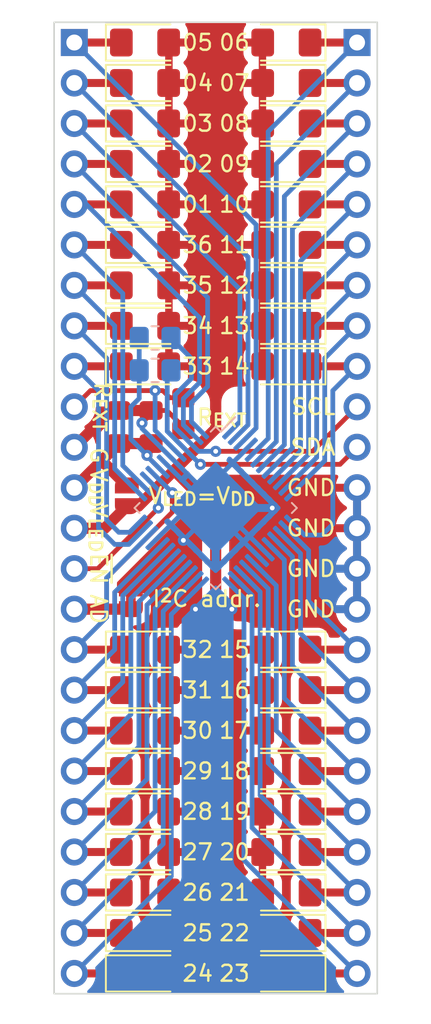
<source format=kicad_pcb>
(kicad_pcb (version 20221018) (generator pcbnew)
  (layers (0 "F.Cu" signal) (31 "B.Cu" signal) (34 "B.Paste" user) (35 "F.Paste" user) (36 "B.SilkS" user "B.Silkscreen") (37 "F.SilkS" user "F.Silkscreen") (38 "B.Mask" user) (39 "F.Mask" user) (44 "Edge.Cuts" user))
  (net 0 "")
  (net 1 "VDD")
  (net 2 "/SDA")
  (net 3 "/SCL")
  (net 4 "/R_EXT")
  (net 5 "GND")
  (net 6 "/OUT3")
  (net 7 "/OUT4")
  (net 8 "/OUT5")
  (net 9 "/OUT6")
  (net 10 "/OUT7")
  (net 11 "/OUT8")
  (net 12 "/OUT9")
  (net 13 "/OUT10")
  (net 14 "/OUT11")
  (net 15 "/OUT12")
  (net 16 "/OUT13")
  (net 17 "/OUT14")
  (net 18 "/OUT15")
  (net 19 "/OUT16")
  (net 20 "/OUT17")
  (net 21 "/OUT18")
  (net 22 "/OUT19")
  (net 23 "/OUT20")
  (net 24 "/OUT21")
  (net 25 "/OUT22")
  (net 26 "/OUT23")
  (net 27 "/OUT24")
  (net 28 "/OUT25")
  (net 29 "/OUT26")
  (net 30 "/OUT27")
  (net 31 "/OUT28")
  (net 32 "/OUT29")
  (net 33 "/OUT30")
  (net 34 "/OUT31")
  (net 35 "/OUT32")
  (net 36 "/OUT33")
  (net 37 "/OUT34")
  (net 38 "/OUT35")
  (net 39 "/OUT36")
  (net 40 "/~{EN}")
  (net 41 "/AD")
  (net 42 "/OUT1")
  (net 43 "/OUT2")
  (net 44 "VLED")
  (footprint "Diode_SMD:D_1206_3216Metric_Pad1.42x1.75mm_HandSolder" (layer "F.Cu") (at 180.975 121.92 180)
    (fp_text reference "D15" hide)
    (fp_text value "LED")
  )
  (footprint "Diode_SMD:D_1206_3216Metric_Pad1.42x1.75mm_HandSolder" (layer "F.Cu") (at 180.975 88.9 180)
    (fp_text reference "D8" hide)
    (fp_text value "LED")
  )
  (footprint "Diode_SMD:D_1206_3216Metric_Pad1.42x1.75mm_HandSolder" (layer "F.Cu") (at 180.975 104.14 180)
    (fp_text reference "D14" hide)
    (fp_text value "LED")
  )
  (footprint "Diode_SMD:D_1206_3216Metric_Pad1.42x1.75mm_HandSolder" (layer "F.Cu") (at 180.975 142.24 180)
    (fp_text reference "D23" hide)
    (fp_text value "LED")
  )
  (footprint "Diode_SMD:D_1206_3216Metric_Pad1.42x1.75mm_HandSolder" (layer "F.Cu") (at 180.975 127 180)
    (fp_text reference "D17" hide)
    (fp_text value "LED")
  )
  (footprint "Diode_SMD:D_1206_3216Metric_Pad1.42x1.75mm_HandSolder" (layer "F.Cu") (at 172.085 139.7)
    (fp_text reference "D25" hide)
    (fp_text value "LED")
  )
  (footprint "Diode_SMD:D_1206_3216Metric_Pad1.42x1.75mm_HandSolder" (layer "F.Cu") (at 180.975 137.16 180)
    (fp_text reference "D21" hide)
    (fp_text value "LED")
  )
  (footprint "Diode_SMD:D_1206_3216Metric_Pad1.42x1.75mm_HandSolder" (layer "F.Cu") (at 172.085 91.44)
    (fp_text reference "D2" hide)
    (fp_text value "LED")
  )
  (footprint "Diode_SMD:D_1206_3216Metric_Pad1.42x1.75mm_HandSolder" (layer "F.Cu") (at 172.085 134.62)
    (fp_text reference "D27" hide)
    (fp_text value "LED")
  )
  (footprint "Diode_SMD:D_1206_3216Metric_Pad1.42x1.75mm_HandSolder" (layer "F.Cu") (at 172.085 124.46)
    (fp_text reference "D31" hide)
    (fp_text value "LED")
  )
  (footprint "Jumper:SolderJumper-2_P1.3mm_Bridged_RoundedPad1.0x1.5mm" (layer "F.Cu") (at 171.196 118.73 90)
    (fp_text reference "JP1" hide)
    (fp_text value "Adress")
  )
  (footprint "Connector_PinHeader_2.54mm:PinHeader_1x24_P2.54mm_Vertical" (layer "F.Cu") (at 167.64 83.82)
    (fp_text reference "J2" hide)
    (fp_text value "Conn_01x24")
  )
  (footprint "Diode_SMD:D_1206_3216Metric_Pad1.42x1.75mm_HandSolder" (layer "F.Cu") (at 172.085 101.6)
    (fp_text reference "D34" hide)
    (fp_text value "LED")
  )
  (footprint "Diode_SMD:D_1206_3216Metric_Pad1.42x1.75mm_HandSolder" (layer "F.Cu") (at 172.085 137.16)
    (fp_text reference "D26" hide)
    (fp_text value "LED")
  )
  (footprint "Jumper:SolderJumper-2_P1.3mm_Open_RoundedPad1.0x1.5mm" (layer "F.Cu") (at 170.942 112.268 -90)
    (fp_text reference "JP2" hide)
    (fp_text value "VDD = VLED")
  )
  (footprint "Diode_SMD:D_1206_3216Metric_Pad1.42x1.75mm_HandSolder" (layer "F.Cu") (at 180.975 132.08 180)
    (fp_text reference "D19" hide)
    (fp_text value "LED")
  )
  (footprint "Diode_SMD:D_1206_3216Metric_Pad1.42x1.75mm_HandSolder" (layer "F.Cu") (at 180.975 99.06 180)
    (fp_text reference "D12" hide)
    (fp_text value "LED")
  )
  (footprint "Diode_SMD:D_1206_3216Metric_Pad1.42x1.75mm_HandSolder" (layer "F.Cu") (at 172.085 99.06)
    (fp_text reference "D35" hide)
    (fp_text value "LED")
  )
  (footprint "Diode_SMD:D_1206_3216Metric_Pad1.42x1.75mm_HandSolder" (layer "F.Cu") (at 180.975 134.62 180)
    (fp_text reference "D20" hide)
    (fp_text value "LED")
  )
  (footprint "Diode_SMD:D_1206_3216Metric_Pad1.42x1.75mm_HandSolder" (layer "F.Cu") (at 180.975 96.52 180)
    (fp_text reference "D11" hide)
    (fp_text value "LED")
  )
  (footprint "Diode_SMD:D_1206_3216Metric_Pad1.42x1.75mm_HandSolder" (layer "F.Cu") (at 172.085 86.36)
    (fp_text reference "D4" hide)
    (fp_text value "LED")
  )
  (footprint "Diode_SMD:D_1206_3216Metric_Pad1.42x1.75mm_HandSolder" (layer "F.Cu") (at 180.975 91.44 180)
    (fp_text reference "D9" hide)
    (fp_text value "LED")
  )
  (footprint "Diode_SMD:D_1206_3216Metric_Pad1.42x1.75mm_HandSolder" (layer "F.Cu") (at 172.085 142.24)
    (fp_text reference "D24" hide)
    (fp_text value "LED")
  )
  (footprint "Diode_SMD:D_1206_3216Metric_Pad1.42x1.75mm_HandSolder" (layer "F.Cu") (at 172.085 83.82)
    (fp_text reference "D5" hide)
    (fp_text value "LED")
  )
  (footprint "Diode_SMD:D_1206_3216Metric_Pad1.42x1.75mm_HandSolder" (layer "F.Cu") (at 172.085 93.98)
    (fp_text reference "D1" hide)
    (fp_text value "LED")
  )
  (footprint "Diode_SMD:D_1206_3216Metric_Pad1.42x1.75mm_HandSolder" (layer "F.Cu") (at 172.085 129.54)
    (fp_text reference "D29" hide)
    (fp_text value "LED")
  )
  (footprint "Capacitor_SMD:C_0805_2012Metric_Pad1.18x1.45mm_HandSolder" (layer "F.Cu") (at 170.434 107.95 90)
    (fp_text reference "C1" hide)
    (fp_text value "0µ1")
  )
  (footprint "Diode_SMD:D_1206_3216Metric_Pad1.42x1.75mm_HandSolder" (layer "F.Cu") (at 172.085 96.52)
    (fp_text reference "D36" hide)
    (fp_text value "LED")
  )
  (footprint "Diode_SMD:D_1206_3216Metric_Pad1.42x1.75mm_HandSolder" (layer "F.Cu") (at 180.975 86.36 180)
    (fp_text reference "D7" hide)
    (fp_text value "LED")
  )
  (footprint "Diode_SMD:D_1206_3216Metric_Pad1.42x1.75mm_HandSolder" (layer "F.Cu") (at 180.975 83.82 180)
    (fp_text reference "D6" hide)
    (fp_text value "LED")
  )
  (footprint "Diode_SMD:D_1206_3216Metric_Pad1.42x1.75mm_HandSolder" (layer "F.Cu") (at 180.975 93.98 180)
    (fp_text reference "D10" hide)
    (fp_text value "LED")
  )
  (footprint "Diode_SMD:D_1206_3216Metric_Pad1.42x1.75mm_HandSolder" (layer "F.Cu") (at 180.975 124.46 180)
    (fp_text reference "D16" hide)
    (fp_text value "LED")
  )
  (footprint "Diode_SMD:D_1206_3216Metric_Pad1.42x1.75mm_HandSolder" (layer "F.Cu") (at 172.085 132.08)
    (fp_text reference "D28" hide)
    (fp_text value "LED")
  )
  (footprint "Diode_SMD:D_1206_3216Metric_Pad1.42x1.75mm_HandSolder" (layer "F.Cu") (at 180.975 139.7 180)
    (fp_text reference "D22" hide)
    (fp_text value "LED")
  )
  (footprint "Diode_SMD:D_1206_3216Metric_Pad1.42x1.75mm_HandSolder" (layer "F.Cu") (at 180.975 129.54 180)
    (fp_text reference "D18" hide)
    (fp_text value "LED")
  )
  (footprint "Capacitor_SMD:C_0805_2012Metric_Pad1.18x1.45mm_HandSolder" (layer "F.Cu") (at 172.466 107.95 90)
    (fp_text reference "C2" hide)
    (fp_text value "1µ")
  )
  (footprint "Diode_SMD:D_1206_3216Metric_Pad1.42x1.75mm_HandSolder" (layer "F.Cu") (at 172.085 88.9)
    (fp_text reference "D3" hide)
    (fp_text value "LED")
  )
  (footprint "Diode_SMD:D_1206_3216Metric_Pad1.42x1.75mm_HandSolder" (layer "F.Cu") (at 180.975 101.6 180)
    (fp_text reference "D13" hide)
    (fp_text value "LED")
  )
  (footprint "Diode_SMD:D_1206_3216Metric_Pad1.42x1.75mm_HandSolder" (layer "F.Cu") (at 172.085 104.14)
    (fp_text reference "D33" hide)
    (fp_text value "LED")
  )
  (footprint "Connector_PinHeader_2.54mm:PinHeader_1x24_P2.54mm_Vertical" (layer "F.Cu") (at 185.42 83.82)
    (fp_text reference "J1" hide)
    (fp_text value "Conn_01x24")
  )
  (footprint "Diode_SMD:D_1206_3216Metric_Pad1.42x1.75mm_HandSolder" (layer "F.Cu") (at 172.085 127)
    (fp_text reference "D30" hide)
    (fp_text value "LED")
  )
  (footprint "Diode_SMD:D_1206_3216Metric_Pad1.42x1.75mm_HandSolder" (layer "F.Cu") (at 172.085 121.92)
    (fp_text reference "D32" hide)
    (fp_text value "LED")
  )
  (footprint "Resistor_SMD:R_0805_2012Metric_Pad1.20x1.40mm_HandSolder" (layer "F.Cu") (at 174.498 107.1118 -90)
    (fp_text reference "R3" hide)
    (fp_text value "3k3")
  )
  (footprint "Resistor_SMD:R_0805_2012Metric_Pad1.20x1.40mm_HandSolder" (layer "B.Cu") (at 172.72 104.394)
    (fp_text reference "R1" hide)
    (fp_text value "4k7")
  )
  (footprint "Resistor_SMD:R_0805_2012Metric_Pad1.20x1.40mm_HandSolder" (layer "B.Cu") (at 172.72 102.362)
    (fp_text reference "R2" hide)
    (fp_text value "4k7")
  )
  (footprint "Package_QFP:TQFP-48-1EP_7x7mm_P0.5mm_EP4.11x4.11mm" (layer "B.Cu") (at 176.53 113.03 -135)
    (fp_text reference "U1" hide)
    (fp_text value "IS31FL3236-TQ")
  )
  (gr_rect (start 166.37 82.55) (end 186.69 143.51) (stroke (width 0.1)) (fill none) (layer "Edge.Cuts"))
  (gr_text "SDA" (at 184.15 109.22) (layer "F.SilkS") (effects (font (size 1 1)) (justify right)))
  (gr_text "35" (at 174.3456 99.06) (layer "F.SilkS") (effects (font (size 1 1)) (justify left)))
  (gr_text "16" (at 178.7652 124.46) (layer "F.SilkS") (effects (font (size 1 1)) (justify right)))
  (gr_text "03" (at 174.3456 88.9) (layer "F.SilkS") (effects (font (size 1 1)) (justify left)))
  (gr_text "14" (at 178.763053 104.139999) (layer "F.SilkS") (effects (font (size 1 1)) (justify right)))
  (gr_text "27" (at 174.3456 134.62) (layer "F.SilkS") (effects (font (size 1 1)) (justify left)))
  (gr_text "26" (at 174.3456 137.16) (layer "F.SilkS") (effects (font (size 1 1)) (justify left)))
  (gr_text "AD" (at 169.164 119.38 270) (layer "F.SilkS") (effects (font (size 1 1))))
  (gr_text "GND" (at 184.15 119.38) (layer "F.SilkS") (effects (font (size 1 1)) (justify right)))
  (gr_text "28" (at 174.3456 132.08) (layer "F.SilkS") (effects (font (size 1 1)) (justify left)))
  (gr_text "05" (at 174.3456 83.82) (layer "F.SilkS") (effects (font (size 1 1)) (justify left)))
  (gr_text "21" (at 178.7652 137.16) (layer "F.SilkS") (effects (font (size 1 1)) (justify right)))
  (gr_text "GND" (at 184.15 114.3) (layer "F.SilkS") (effects (font (size 1 1)) (justify right)))
  (gr_text "V_{DD}" (at 169.164 111.76 270) (layer "F.SilkS") (effects (font (size 1 1))))
  (gr_text "09" (at 178.7652 91.44) (layer "F.SilkS") (effects (font (size 1 1)) (justify right)))
  (gr_text "22" (at 178.7652 139.7) (layer "F.SilkS") (effects (font (size 1 1)) (justify right)))
  (gr_text "18" (at 178.7652 129.54) (layer "F.SilkS") (effects (font (size 1 1)) (justify right)))
  (gr_text "01" (at 174.3456 93.98) (layer "F.SilkS") (effects (font (size 1 1)) (justify left)))
  (gr_text "11" (at 178.7652 96.52) (layer "F.SilkS") (effects (font (size 1 1)) (justify right)))
  (gr_text "SCL" (at 184.15 106.68) (layer "F.SilkS") (effects (font (size 1 1)) (justify right)))
  (gr_text "GND" (at 184.15 116.84) (layer "F.SilkS") (effects (font (size 1 1)) (justify right)))
  (gr_text "G" (at 169.164 109.728 -90) (layer "F.SilkS") (effects (font (size 1 1))))
  (gr_text "V_{LED}=V_{DD}" (at 172.212 112.268) (layer "F.SilkS") (effects (font (size 1 1)) (justify left)))
  (gr_text "04" (at 174.3456 86.36) (layer "F.SilkS") (effects (font (size 1 1)) (justify left)))
  (gr_text "10" (at 178.7652 93.98) (layer "F.SilkS") (effects (font (size 1 1)) (justify right)))
  (gr_text "R_{EXT}" (at 175.26 107.338864) (layer "F.SilkS") (effects (font (size 1 1)) (justify left)))
  (gr_text "19" (at 178.7652 132.08) (layer "F.SilkS") (effects (font (size 1 1)) (justify right)))
  (gr_text "GND" (at 184.15 111.76) (layer "F.SilkS") (effects (font (size 1 1)) (justify right)))
  (gr_text "24" (at 174.3456 142.24) (layer "F.SilkS") (effects (font (size 1 1)) (justify left)))
  (gr_text "V_{LED}" (at 169.164 114.3 270) (layer "F.SilkS") (effects (font (size 1 1))))
  (gr_text "33" (at 174.3456 104.14) (layer "F.SilkS") (effects (font (size 1 1)) (justify left)))
  (gr_text "02" (at 174.3456 91.44) (layer "F.SilkS") (effects (font (size 1 1)) (justify left)))
  (gr_text "08" (at 178.7652 88.9) (layer "F.SilkS") (effects (font (size 1 1)) (justify right)))
  (gr_text "15" (at 178.763053 121.919999) (layer "F.SilkS") (effects (font (size 1 1)) (justify right)))
  (gr_text "13" (at 178.7652 101.6) (layer "F.SilkS") (effects (font (size 1 1)) (justify right)))
  (gr_text "32" (at 174.3456 121.92) (layer "F.SilkS") (effects (font (size 1 1)) (justify left)))
  (gr_text "17\n" (at 178.7652 127) (layer "F.SilkS") (effects (font (size 1 1)) (justify right)))
  (gr_text "I^{2}C addr." (at 172.466 118.73) (layer "F.SilkS") (effects (font (size 1 1)) (justify left)))
  (gr_text "~{EN}" (at 169.164 116.84 270) (layer "F.SilkS") (effects (font (size 1 1))))
  (gr_text "20" (at 178.7652 134.62) (layer "F.SilkS") (effects (font (size 1 1)) (justify right)))
  (gr_text "12" (at 178.7652 99.06) (layer "F.SilkS") (effects (font (size 1 1)) (justify right)))
  (gr_text "25" (at 174.3456 139.7) (layer "F.SilkS") (effects (font (size 1 1)) (justify left)))
  (gr_text "06" (at 178.763053 83.819999) (layer "F.SilkS") (effects (font (size 1 1)) (justify right)))
  (gr_text "29" (at 174.3456 129.54) (layer "F.SilkS") (effects (font (size 1 1)) (justify left)))
  (gr_text "31" (at 174.3456 124.46) (layer "F.SilkS") (effects (font (size 1 1)) (justify left)))
  (gr_text "R_{EXT}" (at 169.418 106.68 270) (layer "F.SilkS") (effects (font (size 1 1))))
  (gr_text "07" (at 178.7652 86.36) (layer "F.SilkS") (effects (font (size 1 1)) (justify right)))
  (gr_text "34" (at 174.3456 101.6) (layer "F.SilkS") (effects (font (size 1 1)) (justify left)))
  (gr_text "23" (at 178.763053 142.239999) (layer "F.SilkS") (effects (font (size 1 1)) (justify right)))
  (gr_text "30" (at 174.3456 127) (layer "F.SilkS") (effects (font (size 1 1)) (justify left)))
  (gr_text "36" (at 174.3456 96.52) (layer "F.SilkS") (effects (font (size 1 1)) (justify left)))
  (segment (start 170.434 108.9875) (end 172.466 108.9875) (width 0.7) (layer "F.Cu") (net 1))
  (segment (start 172.212 109.728) (end 172.212 109.2415) (width 0.7) (layer "F.Cu") (net 1))
  (segment (start 167.64 111.76) (end 167.6615 111.76) (width 0.7) (layer "F.Cu") (net 1))
  (segment (start 167.6615 111.76) (end 169.36525 110.05625) (width 0.7) (layer "F.Cu") (net 1))
  (segment (start 172.212 109.2415) (end 172.466 108.9875) (width 0.7) (layer "F.Cu") (net 1))
  (segment (start 170.942 111.618) (end 170.927 111.618) (width 0.7) (layer "F.Cu") (net 1))
  (segment (start 172.466 108.9875) (end 172.7415 108.9875) (width 0.7) (layer "F.Cu") (net 1))
  (segment (start 170.927 111.618) (end 169.36525 110.05625) (width 0.7) (layer "F.Cu") (net 1))
  (segment (start 169.36525 110.05625) (end 170.434 108.9875) (width 0.7) (layer "F.Cu") (net 1))
  (via (at 172.212 109.728) (size 0.7) (drill 0.3) (layers "F.Cu" "B.Cu") (net 1))
  (segment (start 172.212 109.728) (end 171.196 108.712) (width 0.3) (layer "B.Cu") (net 1))
  (segment (start 171.72 106.156) (end 171.72 102.362) (width 0.3) (layer "B.Cu") (net 1))
  (segment (start 171.196 106.68) (end 171.72 106.156) (width 0.3) (layer "B.Cu") (net 1))
  (segment (start 173.056338 110.616998) (end 172.212 109.77266) (width 0.3) (layer "B.Cu") (net 1))
  (segment (start 172.212 109.77266) (end 172.212 109.728) (width 0.3) (layer "B.Cu") (net 1))
  (segment (start 171.196 108.712) (end 171.196 106.68) (width 0.3) (layer "B.Cu") (net 1))
  (segment (start 184.349048 110.290952) (end 185.42 109.22) (width 0.3) (layer "F.Cu") (net 2))
  (segment (start 175.568952 110.290952) (end 184.349048 110.290952) (width 0.3) (layer "F.Cu") (net 2))
  (via (at 175.568952 110.290952) (size 0.7) (drill 0.3) (layers "F.Cu" "B.Cu") (net 2))
  (segment (start 173.482 104.632) (end 173.72 104.394) (width 0.3) (layer "B.Cu") (net 2))
  (segment (start 173.482 108.214234) (end 173.482 104.632) (width 0.3) (layer "B.Cu") (net 2))
  (segment (start 174.470551 109.202785) (end 173.482 108.214234) (width 0.3) (layer "B.Cu") (net 2))
  (segment (start 175.558718 110.290952) (end 175.568952 110.290952) (width 0.3) (layer "B.Cu") (net 2))
  (segment (start 174.470551 109.202785) (end 175.558718 110.290952) (width 0.3) (layer "B.Cu") (net 2))
  (segment (start 182.626 109.474) (end 185.42 106.68) (width 0.3) (layer "F.Cu") (net 3))
  (segment (start 176.53 109.474) (end 182.626 109.474) (width 0.3) (layer "F.Cu") (net 3))
  (via (at 176.53 109.474) (size 0.7) (drill 0.3) (layers "F.Cu" "B.Cu") (net 3))
  (segment (start 173.99 105.918) (end 175.006 104.902) (width 0.3) (layer "B.Cu") (net 3))
  (segment (start 175.006 104.902) (end 175.006 103.648) (width 0.3) (layer "B.Cu") (net 3))
  (segment (start 175.448874 109.474) (end 176.53 109.474) (width 0.3) (layer "B.Cu") (net 3))
  (segment (start 174.824105 108.849231) (end 173.99 108.015126) (width 0.3) (layer "B.Cu") (net 3))
  (segment (start 173.99 108.015126) (end 173.99 105.918) (width 0.3) (layer "B.Cu") (net 3))
  (segment (start 175.006 103.648) (end 173.72 102.362) (width 0.3) (layer "B.Cu") (net 3))
  (segment (start 174.824105 108.849231) (end 175.448874 109.474) (width 0.3) (layer "B.Cu") (net 3))
  (segment (start 173.2026 105.664) (end 173.6504 106.1118) (width 0.3) (layer "F.Cu") (net 4))
  (segment (start 173.6504 106.1118) (end 174.498 106.1118) (width 0.3) (layer "F.Cu") (net 4))
  (segment (start 172.72 105.664) (end 168.656 105.664) (width 0.3) (layer "F.Cu") (net 4))
  (segment (start 172.72 105.664) (end 173.2026 105.664) (width 0.3) (layer "F.Cu") (net 4))
  (segment (start 168.656 105.664) (end 167.64 106.68) (width 0.3) (layer "F.Cu") (net 4))
  (via (at 172.72 105.664) (size 0.7) (drill 0.3) (layers "F.Cu" "B.Cu") (net 4))
  (segment (start 172.72 108.15934) (end 174.116998 109.556338) (width 0.3) (layer "B.Cu") (net 4))
  (segment (start 172.72 105.664) (end 172.72 108.15934) (width 0.3) (layer "B.Cu") (net 4))
  (segment (start 167.64 109.22) (end 169.9475 106.9125) (width 0.7) (layer "F.Cu") (net 5))
  (segment (start 180.086 113.03) (end 181.61 113.03) (width 0.3) (layer "F.Cu") (net 5))
  (segment (start 174.498 107.95) (end 174.498 108.1118) (width 0.3) (layer "F.Cu") (net 5))
  (segment (start 185.42 111.76) (end 185.42 119.38) (width 0.5) (layer "F.Cu") (net 5))
  (segment (start 173.4605 106.9125) (end 174.498 107.95) (width 0.3) (layer "F.Cu") (net 5))
  (segment (start 172.466 107.1255) (end 172.466 106.9125) (width 0.3) (layer "F.Cu") (net 5))
  (segment (start 174.498 115.062) (end 171.48 118.08) (width 0.7) (layer "F.Cu") (net 5))
  (segment (start 181.61 113.03) (end 182.88 114.3) (width 0.3) (layer "F.Cu") (net 5))
  (segment (start 171.48 118.08) (end 171.196 118.08) (width 0.7) (layer "F.Cu") (net 5))
  (segment (start 171.8955 107.696) (end 172.466 107.1255) (width 0.3) (layer "F.Cu") (net 5))
  (segment (start 182.88 114.3) (end 185.42 114.3) (width 0.3) (layer "F.Cu") (net 5))
  (segment (start 169.9475 106.9125) (end 170.434 106.9125) (width 0.7) (layer "F.Cu") (net 5))
  (segment (start 172.466 106.9125) (end 173.4605 106.9125) (width 0.3) (layer "F.Cu") (net 5))
  (segment (start 172.466 106.9125) (end 170.434 106.9125) (width 0.7) (layer "F.Cu") (net 5))
  (via (at 180.086 113.03) (size 0.7) (drill 0.3) (layers "F.Cu" "B.Cu") (net 5))
  (via (at 177.546 119.38) (size 0.7) (drill 0.3) (layers "F.Cu" "B.Cu") (net 5))
  (via (at 174.498 115.062) (size 0.7) (drill 0.3) (layers "F.Cu" "B.Cu") (net 5))
  (via (at 175.26 119.38) (size 0.7) (drill 0.3) (layers "F.Cu" "B.Cu") (net 5))
  (via (at 171.8955 107.696) (size 0.7) (drill 0.3) (layers "F.Cu" "B.Cu") (net 5))
  (segment (start 179.650109 115.796555) (end 176.883554 113.03) (width 0.3) (layer "B.Cu") (net 5))
  (segment (start 179.296555 116.150109) (end 176.53 113.383554) (width 0.3) (layer "B.Cu") (net 5))
  (segment (start 176.176446 113.03) (end 176.53 113.03) (width 0.3) (layer "B.Cu") (net 5))
  (segment (start 176.53 111.262234) (end 176.53 113.03) (width 0.3) (layer "B.Cu") (net 5))
  (segment (start 172.702785 115.089449) (end 174.762234 113.03) (width 0.3) (layer "B.Cu") (net 5))
  (segment (start 176.53 113.383554) (end 176.53 113.03) (width 0.3) (layer "B.Cu") (net 5))
  (segment (start 176.883554 113.03) (end 176.53 113.03) (width 0.3) (layer "B.Cu") (net 5))
  (segment (start 176.53 113.03) (end 180.086 113.03) (width 0.3) (layer "B.Cu") (net 5))
  (segment (start 176.53 112.676446) (end 176.53 113.03) (width 0.3) (layer "B.Cu") (net 5))
  (segment (start 173.409891 110.263445) (end 176.176446 113.03) (width 0.3) (layer "B.Cu") (net 5))
  (segment (start 171.8955 108.041946) (end 173.763445 109.909891) (width 0.3) (layer "B.Cu") (net 5))
  (segment (start 178.589449 109.202785) (end 176.53 111.262234) (width 0.3) (layer "B.Cu") (net 5))
  (segment (start 174.762234 113.03) (end 176.53 113.03) (width 0.3) (layer "B.Cu") (net 5))
  (segment (start 173.763445 109.909891) (end 176.53 112.676446) (width 0.3) (layer "B.Cu") (net 5))
  (segment (start 176.53 113.03) (end 174.498 115.062) (width 0.3) (layer "B.Cu") (net 5))
  (segment (start 171.8955 107.696) (end 171.8955 108.041946) (width 0.3) (layer "B.Cu") (net 5))
  (segment (start 170.5975 88.9) (end 167.64 88.9) (width 0.5) (layer "F.Cu") (net 6))
  (segment (start 178.054 107.616912) (end 178.054 99.314) (width 0.3) (layer "B.Cu") (net 6))
  (segment (start 177.528788 108.142124) (end 178.054 107.616912) (width 0.3) (layer "B.Cu") (net 6))
  (segment (start 178.054 99.314) (end 167.64 88.9) (width 0.3) (layer "B.Cu") (net 6))
  (segment (start 170.5975 86.36) (end 167.64 86.36) (width 0.5) (layer "F.Cu") (net 7))
  (segment (start 177.882342 108.495678) (end 178.562 107.81602) (width 0.3) (layer "B.Cu") (net 7))
  (segment (start 178.562 107.81602) (end 178.562 97.282) (width 0.3) (layer "B.Cu") (net 7))
  (segment (start 178.562 97.282) (end 167.64 86.36) (width 0.3) (layer "B.Cu") (net 7))
  (segment (start 170.5975 83.82) (end 167.64 83.82) (width 0.5) (layer "F.Cu") (net 8))
  (segment (start 179.07 108.015126) (end 179.07 95.25) (width 0.3) (layer "B.Cu") (net 8))
  (segment (start 179.07 95.25) (end 167.64 83.82) (width 0.3) (layer "B.Cu") (net 8))
  (segment (start 178.235895 108.849231) (end 179.07 108.015126) (width 0.3) (layer "B.Cu") (net 8))
  (segment (start 182.4625 83.82) (end 185.42 83.82) (width 0.5) (layer "F.Cu") (net 9))
  (segment (start 178.943002 109.556338) (end 179.832 108.66734) (width 0.3) (layer "B.Cu") (net 9))
  (segment (start 179.832 89.408) (end 185.42 83.82) (width 0.3) (layer "B.Cu") (net 9))
  (segment (start 179.832 108.66734) (end 179.832 89.408) (width 0.3) (layer "B.Cu") (net 9))
  (segment (start 182.4625 86.36) (end 185.42 86.36) (width 0.5) (layer "F.Cu") (net 10))
  (segment (start 180.34 91.44) (end 185.42 86.36) (width 0.3) (layer "B.Cu") (net 10))
  (segment (start 179.296555 109.909891) (end 180.34 108.866446) (width 0.3) (layer "B.Cu") (net 10))
  (segment (start 180.34 108.866446) (end 180.34 91.44) (width 0.3) (layer "B.Cu") (net 10))
  (segment (start 182.4625 88.9) (end 185.42 88.9) (width 0.5) (layer "F.Cu") (net 11))
  (segment (start 180.848 93.472) (end 185.42 88.9) (width 0.3) (layer "B.Cu") (net 11))
  (segment (start 179.650109 110.263445) (end 180.848 109.065552) (width 0.3) (layer "B.Cu") (net 11))
  (segment (start 180.848 109.065552) (end 180.848 93.472) (width 0.3) (layer "B.Cu") (net 11))
  (segment (start 182.4625 91.44) (end 185.42 91.44) (width 0.5) (layer "F.Cu") (net 12))
  (segment (start 181.356 95.504) (end 185.42 91.44) (width 0.3) (layer "B.Cu") (net 12))
  (segment (start 181.356 109.26466) (end 181.356 95.504) (width 0.3) (layer "B.Cu") (net 12))
  (segment (start 180.003662 110.616998) (end 181.356 109.26466) (width 0.3) (layer "B.Cu") (net 12))
  (segment (start 182.4625 93.98) (end 185.42 93.98) (width 0.5) (layer "F.Cu") (net 13))
  (segment (start 181.864 97.536) (end 185.42 93.98) (width 0.3) (layer "B.Cu") (net 13))
  (segment (start 180.357215 110.970551) (end 181.864 109.463766) (width 0.3) (layer "B.Cu") (net 13))
  (segment (start 181.864 109.463766) (end 181.864 97.536) (width 0.3) (layer "B.Cu") (net 13))
  (segment (start 182.4625 96.52) (end 185.42 96.52) (width 0.5) (layer "F.Cu") (net 14))
  (segment (start 180.710769 111.324105) (end 182.372 109.662874) (width 0.3) (layer "B.Cu") (net 14))
  (segment (start 182.372 99.568) (end 185.42 96.52) (width 0.3) (layer "B.Cu") (net 14))
  (segment (start 182.372 109.662874) (end 182.372 99.568) (width 0.3) (layer "B.Cu") (net 14))
  (segment (start 182.4625 99.06) (end 185.42 99.06) (width 0.5) (layer "F.Cu") (net 15))
  (segment (start 182.88 109.86198) (end 182.88 101.6) (width 0.3) (layer "B.Cu") (net 15))
  (segment (start 181.064322 111.677658) (end 182.88 109.86198) (width 0.3) (layer "B.Cu") (net 15))
  (segment (start 182.88 101.6) (end 185.42 99.06) (width 0.3) (layer "B.Cu") (net 15))
  (segment (start 182.4625 101.6) (end 185.42 101.6) (width 0.5) (layer "F.Cu") (net 16))
  (segment (start 183.388 103.632) (end 185.42 101.6) (width 0.3) (layer "B.Cu") (net 16))
  (segment (start 181.417876 112.031212) (end 183.388 110.061088) (width 0.3) (layer "B.Cu") (net 16))
  (segment (start 183.388 110.061088) (end 183.388 103.632) (width 0.3) (layer "B.Cu") (net 16))
  (segment (start 182.4625 104.14) (end 185.42 104.14) (width 0.5) (layer "F.Cu") (net 17))
  (segment (start 183.896 105.664) (end 185.42 104.14) (width 0.3) (layer "B.Cu") (net 17))
  (segment (start 183.896 114.046) (end 183.896 105.664) (width 0.3) (layer "B.Cu") (net 17))
  (segment (start 182.118 114.728914) (end 183.213086 114.728914) (width 0.3) (layer "B.Cu") (net 17))
  (segment (start 181.417876 114.028788) (end 182.118 114.728914) (width 0.3) (layer "B.Cu") (net 17))
  (segment (start 183.213086 114.728914) (end 183.896 114.046) (width 0.3) (layer "B.Cu") (net 17))
  (segment (start 182.4625 121.92) (end 185.42 121.92) (width 0.5) (layer "F.Cu") (net 18))
  (segment (start 181.064322 114.382342) (end 182.372 115.69002) (width 0.3) (layer "B.Cu") (net 18))
  (segment (start 182.372 115.69002) (end 182.372 118.872) (width 0.3) (layer "B.Cu") (net 18))
  (segment (start 182.372 118.872) (end 185.42 121.92) (width 0.3) (layer "B.Cu") (net 18))
  (segment (start 182.4625 124.46) (end 185.42 124.46) (width 0.5) (layer "F.Cu") (net 19))
  (segment (start 181.864 120.904) (end 185.42 124.46) (width 0.3) (layer "B.Cu") (net 19))
  (segment (start 181.864 115.889126) (end 181.864 120.904) (width 0.3) (layer "B.Cu") (net 19))
  (segment (start 180.710769 114.735895) (end 181.864 115.889126) (width 0.3) (layer "B.Cu") (net 19))
  (segment (start 182.4625 127) (end 185.42 127) (width 0.5) (layer "F.Cu") (net 20))
  (segment (start 180.357215 115.089449) (end 181.356 116.088234) (width 0.3) (layer "B.Cu") (net 20))
  (segment (start 181.356 116.088234) (end 181.356 122.936) (width 0.3) (layer "B.Cu") (net 20))
  (segment (start 181.356 122.936) (end 185.42 127) (width 0.3) (layer "B.Cu") (net 20))
  (segment (start 182.4625 129.54) (end 185.42 129.54) (width 0.5) (layer "F.Cu") (net 21))
  (segment (start 180.003662 115.443002) (end 180.848 116.28734) (width 0.3) (layer "B.Cu") (net 21))
  (segment (start 180.848 116.28734) (end 180.848 124.968) (width 0.3) (layer "B.Cu") (net 21))
  (segment (start 180.848 124.968) (end 185.42 129.54) (width 0.3) (layer "B.Cu") (net 21))
  (segment (start 182.4625 132.08) (end 185.42 132.08) (width 0.5) (layer "F.Cu") (net 22))
  (segment (start 180.34 117.90066) (end 180.34 127) (width 0.3) (layer "B.Cu") (net 22))
  (segment (start 178.943002 116.503662) (end 180.34 117.90066) (width 0.3) (layer "B.Cu") (net 22))
  (segment (start 180.34 127) (end 185.42 132.08) (width 0.3) (layer "B.Cu") (net 22))
  (segment (start 182.4625 134.62) (end 185.42 134.62) (width 0.5) (layer "F.Cu") (net 23))
  (segment (start 178.589449 116.857215) (end 179.832 118.099768) (width 0.3) (layer "B.Cu") (net 23))
  (segment (start 179.832 129.032) (end 185.42 134.62) (width 0.3) (layer "B.Cu") (net 23))
  (segment (start 179.832 118.099768) (end 179.832 129.032) (width 0.3) (layer "B.Cu") (net 23))
  (segment (start 182.4625 137.16) (end 185.42 137.16) (width 0.5) (layer "F.Cu") (net 24))
  (segment (start 179.324 118.298874) (end 179.324 131.064) (width 0.3) (layer "B.Cu") (net 24))
  (segment (start 179.324 131.064) (end 185.42 137.16) (width 0.3) (layer "B.Cu") (net 24))
  (segment (start 178.235895 117.210769) (end 179.324 118.298874) (width 0.3) (layer "B.Cu") (net 24))
  (segment (start 182.4625 139.7) (end 185.42 139.7) (width 0.5) (layer "F.Cu") (net 25))
  (segment (start 177.882342 117.564322) (end 178.816 118.497982) (width 0.3) (layer "B.Cu") (net 25))
  (segment (start 178.816 118.497982) (end 178.816 133.096) (width 0.3) (layer "B.Cu") (net 25))
  (segment (start 178.816 133.096) (end 185.42 139.7) (width 0.3) (layer "B.Cu") (net 25))
  (segment (start 182.4625 142.24) (end 185.42 142.24) (width 0.5) (layer "F.Cu") (net 26))
  (segment (start 177.528788 117.917876) (end 178.308 118.697088) (width 0.3) (layer "B.Cu") (net 26))
  (segment (start 178.308 118.697088) (end 178.308 135.128) (width 0.3) (layer "B.Cu") (net 26))
  (segment (start 178.308 135.128) (end 185.42 142.24) (width 0.3) (layer "B.Cu") (net 26))
  (segment (start 170.5975 142.24) (end 167.64 142.24) (width 0.5) (layer "F.Cu") (net 27))
  (segment (start 173.736 136.144) (end 167.64 142.24) (width 0.3) (layer "B.Cu") (net 27))
  (segment (start 175.531212 117.917876) (end 173.736 119.713088) (width 0.3) (layer "B.Cu") (net 27))
  (segment (start 173.736 119.713088) (end 173.736 136.144) (width 0.3) (layer "B.Cu") (net 27))
  (segment (start 170.5975 139.7) (end 167.64 139.7) (width 0.5) (layer "F.Cu") (net 28))
  (segment (start 173.228 119.513982) (end 173.228 134.112) (width 0.3) (layer "B.Cu") (net 28))
  (segment (start 173.228 134.112) (end 167.64 139.7) (width 0.3) (layer "B.Cu") (net 28))
  (segment (start 175.177658 117.564322) (end 173.228 119.513982) (width 0.3) (layer "B.Cu") (net 28))
  (segment (start 170.5975 137.16) (end 167.64 137.16) (width 0.5) (layer "F.Cu") (net 29))
  (segment (start 174.824105 117.210769) (end 172.72 119.314874) (width 0.3) (layer "B.Cu") (net 29))
  (segment (start 172.72 132.08) (end 167.64 137.16) (width 0.3) (layer "B.Cu") (net 29))
  (segment (start 172.72 119.314874) (end 172.72 132.08) (width 0.3) (layer "B.Cu") (net 29))
  (segment (start 170.5975 134.62) (end 167.64 134.62) (width 0.5) (layer "F.Cu") (net 30))
  (segment (start 172.212 119.115768) (end 172.212 130.048) (width 0.3) (layer "B.Cu") (net 30))
  (segment (start 172.212 130.048) (end 167.64 134.62) (width 0.3) (layer "B.Cu") (net 30))
  (segment (start 174.470551 116.857215) (end 172.212 119.115768) (width 0.3) (layer "B.Cu") (net 30))
  (segment (start 170.5975 132.08) (end 167.64 132.08) (width 0.5) (layer "F.Cu") (net 31))
  (segment (start 171.704 128.016) (end 167.64 132.08) (width 0.3) (layer "B.Cu") (net 31))
  (segment (start 174.116998 116.503662) (end 171.704 118.91666) (width 0.3) (layer "B.Cu") (net 31))
  (segment (start 171.704 118.91666) (end 171.704 128.016) (width 0.3) (layer "B.Cu") (net 31))
  (segment (start 170.5975 129.54) (end 167.64 129.54) (width 0.5) (layer "F.Cu") (net 32))
  (segment (start 173.763445 116.150109) (end 171.196 118.717552) (width 0.3) (layer "B.Cu") (net 32))
  (segment (start 171.196 118.717552) (end 171.196 125.984) (width 0.3) (layer "B.Cu") (net 32))
  (segment (start 171.196 125.984) (end 167.64 129.54) (width 0.3) (layer "B.Cu") (net 32))
  (segment (start 170.5975 127) (end 167.64 127) (width 0.5) (layer "F.Cu") (net 33))
  (segment (start 170.688 118.518446) (end 170.688 123.952) (width 0.3) (layer "B.Cu") (net 33))
  (segment (start 170.688 123.952) (end 167.64 127) (width 0.3) (layer "B.Cu") (net 33))
  (segment (start 173.409891 115.796555) (end 170.688 118.518446) (width 0.3) (layer "B.Cu") (net 33))
  (segment (start 170.5975 124.46) (end 167.64 124.46) (width 0.5) (layer "F.Cu") (net 34))
  (segment (start 173.056338 115.443002) (end 170.18 118.31934) (width 0.3) (layer "B.Cu") (net 34))
  (segment (start 170.18 118.31934) (end 170.18 121.92) (width 0.3) (layer "B.Cu") (net 34))
  (segment (start 170.18 121.92) (end 167.64 124.46) (width 0.3) (layer "B.Cu") (net 34))
  (segment (start 167.64 124.394874) (end 167.64 124.46) (width 0.3) (layer "B.Cu") (net 34))
  (segment (start 170.5975 121.92) (end 167.64 121.92) (width 0.5) (layer "F.Cu") (net 35))
  (segment (start 169.672 119.888) (end 167.64 121.92) (width 0.3) (layer "B.Cu") (net 35))
  (segment (start 172.349231 114.735895) (end 169.672 117.413128) (width 0.3) (layer "B.Cu") (net 35))
  (segment (start 169.672 117.413128) (end 169.672 119.888) (width 0.3) (layer "B.Cu") (net 35))
  (segment (start 170.5975 104.14) (end 167.64 104.14) (width 0.5) (layer "F.Cu") (net 36))
  (segment (start 171.06202 115.316) (end 170.18 115.316) (width 0.3) (layer "B.Cu") (net 36))
  (segment (start 169.164 114.3) (end 169.164 105.664) (width 0.3) (layer "B.Cu") (net 36))
  (segment (start 170.18 115.316) (end 169.164 114.3) (width 0.3) (layer "B.Cu") (net 36))
  (segment (start 171.995678 114.382342) (end 171.06202 115.316) (width 0.3) (layer "B.Cu") (net 36))
  (segment (start 169.164 105.664) (end 167.64 104.14) (width 0.3) (layer "B.Cu") (net 36))
  (segment (start 170.5975 101.6) (end 167.64 101.6) (width 0.5) (layer "F.Cu") (net 37))
  (segment (start 169.672 103.632) (end 167.64 101.6) (width 0.3) (layer "B.Cu") (net 37))
  (segment (start 171.642124 114.028788) (end 171.116912 114.554) (width 0.3) (layer "B.Cu") (net 37))
  (segment (start 169.672 113.792) (end 169.672 103.632) (width 0.3) (layer "B.Cu") (net 37))
  (segment (start 170.434 114.554) (end 169.672 113.792) (width 0.3) (layer "B.Cu") (net 37))
  (segment (start 171.116912 114.554) (end 170.434 114.554) (width 0.3) (layer "B.Cu") (net 37))
  (segment (start 170.5975 99.06) (end 167.64 99.06) (width 0.5) (layer "F.Cu") (net 38))
  (segment (start 171.642124 112.031212) (end 170.18 110.569088) (width 0.3) (layer "B.Cu") (net 38))
  (segment (start 170.18 101.6) (end 167.64 99.06) (width 0.3) (layer "B.Cu") (net 38))
  (segment (start 170.18 110.569088) (end 170.18 101.6) (width 0.3) (layer "B.Cu") (net 38))
  (segment (start 170.5975 96.52) (end 167.64 96.52) (width 0.5) (layer "F.Cu") (net 39))
  (segment (start 170.688 99.568) (end 167.64 96.52) (width 0.3) (layer "B.Cu") (net 39))
  (segment (start 170.688 110.36998) (end 170.688 99.568) (width 0.3) (layer "B.Cu") (net 39))
  (segment (start 171.995678 111.677658) (end 170.688 110.36998) (width 0.3) (layer "B.Cu") (net 39))
  (segment (start 172.9232 113.03) (end 169.1132 116.84) (width 0.3) (layer "F.Cu") (net 40))
  (segment (start 169.1132 116.84) (end 167.64 116.84) (width 0.3) (layer "F.Cu") (net 40))
  (via (at 172.9232 113.03) (size 0.7) (drill 0.3) (layers "F.Cu" "B.Cu") (net 40))
  (segment (start 172.942169 111.917043) (end 172.349231 111.324105) (width 0.3) (layer "B.Cu") (net 40))
  (segment (start 172.9232 113.03) (end 172.942169 113.011031) (width 0.3) (layer "B.Cu") (net 40))
  (segment (start 172.942169 113.011031) (end 172.942169 111.917043) (width 0.3) (layer "B.Cu") (net 40))
  (segment (start 171.196 119.38) (end 167.64 119.38) (width 0.7) (layer "F.Cu") (net 41))
  (segment (start 173.79934 112.077339) (end 173.79934 113.29686) (width 0.3) (layer "F.Cu") (net 41))
  (segment (start 169.672 117.4242) (end 169.672 119.38) (width 0.3) (layer "F.Cu") (net 41))
  (segment (start 173.79934 113.29686) (end 169.672 117.4242) (width 0.3) (layer "F.Cu") (net 41))
  (via (at 173.79934 112.077339) (size 0.7) (drill 0.3) (layers "F.Cu" "B.Cu") (net 41))
  (segment (start 173.79934 112.077339) (end 173.79934 112.067106) (width 0.3) (layer "B.Cu") (net 41))
  (segment (start 173.79934 112.067106) (end 172.702785 110.970551) (width 0.3) (layer "B.Cu") (net 41))
  (segment (start 170.5975 93.98) (end 167.64 93.98) (width 0.5) (layer "F.Cu") (net 42))
  (segment (start 168.402 93.98) (end 167.64 93.98) (width 0.3) (layer "B.Cu") (net 42))
  (segment (start 175.514 105.156) (end 175.514 101.092) (width 0.3) (layer "B.Cu") (net 42))
  (segment (start 174.498 106.172) (end 175.514 105.156) (width 0.3) (layer "B.Cu") (net 42))
  (segment (start 174.498 106.172) (end 174.498 107.81602) (width 0.3) (layer "B.Cu") (net 42))
  (segment (start 175.514 101.092) (end 168.402 93.98) (width 0.3) (layer "B.Cu") (net 42))
  (segment (start 174.498 107.81602) (end 175.177658 108.495678) (width 0.3) (layer "B.Cu") (net 42))
  (segment (start 170.5975 91.44) (end 167.64 91.44) (width 0.5) (layer "F.Cu") (net 43))
  (segment (start 176.022 99.822) (end 167.64 91.44) (width 0.3) (layer "B.Cu") (net 43))
  (segment (start 176.022 105.41) (end 176.022 99.822) (width 0.3) (layer "B.Cu") (net 43))
  (segment (start 175.006 106.426) (end 176.022 105.41) (width 0.3) (layer "B.Cu") (net 43))
  (segment (start 175.531212 108.142124) (end 175.006 107.616912) (width 0.3) (layer "B.Cu") (net 43))
  (segment (start 175.006 107.616912) (end 175.006 106.426) (width 0.3) (layer "B.Cu") (net 43))
  (segment (start 173.916909 110.670909) (end 176.53 113.284) (width 0.7) (layer "F.Cu") (net 44))
  (segment (start 170.942 112.918) (end 171.669818 112.918) (width 0.7) (layer "F.Cu") (net 44))
  (segment (start 176.53 106.68) (end 176.53 83.82) (width 0.7) (layer "F.Cu") (net 44))
  (segment (start 176.53 113.284) (end 176.53 118.11) (width 0.7) (layer "F.Cu") (net 44))
  (segment (start 173.916909 110.670909) (end 176.53 108.057818) (width 0.7) (layer "F.Cu") (net 44))
  (segment (start 176.53 108.057818) (end 176.53 106.68) (width 0.7) (layer "F.Cu") (net 44))
  (segment (start 167.64 114.3) (end 169.56 114.3) (width 0.7) (layer "F.Cu") (net 44))
  (segment (start 169.56 114.3) (end 170.942 112.918) (width 0.7) (layer "F.Cu") (net 44))
  (segment (start 171.669818 112.918) (end 173.916909 110.670909) (width 0.7) (layer "F.Cu") (net 44))
  (segment (start 176.53 118.11) (end 176.53 142.24) (width 0.7) (layer "F.Cu") (net 44))
  (zone (net 44) (net_name "VLED") (layer "F.Cu") (name "VLED") (priority 1) (connect_pads (clearance 0.5)) (min_thickness 0.25) (fill yes (thermal_gap 0.5) (thermal_bridge_width 0.5) (smoothing fillet) (radius 1))
    (polygon (pts (xy 173.355 105.41) (xy 176.18 105.41) (xy 176.18 107.6) (xy 176.88 107.6) (xy 176.88 105.41) (xy 179.705 105.41) (xy 179.705 82.55) (xy 173.355 82.55)))
  )
  (zone (net 44) (net_name "VLED") (layer "F.Cu") (name "VLED") (priority 1) (connect_pads (clearance 0.5)) (min_thickness 0.25) (fill yes (thermal_gap 0.5) (thermal_bridge_width 0.5) (smoothing fillet) (radius 1))
    (polygon (pts (xy 173.355 143.51) (xy 179.705 143.51) (xy 179.705 120.65) (xy 176.88 120.65) (xy 176.88 118.56) (xy 176.18 118.56) (xy 176.18 120.65) (xy 173.355 120.65)))
  )
  (zone (net 5) (net_name "GND") (layers "F&B.Cu") (name "GND") (connect_pads (clearance 0.5)) (min_thickness 0.25) (fill yes (thermal_gap 0.5) (thermal_bridge_width 0.5))
    (polygon (pts (xy 166.37 82.55) (xy 186.69 82.55) (xy 186.69 143.51) (xy 166.37 143.51)))
  )
)
</source>
